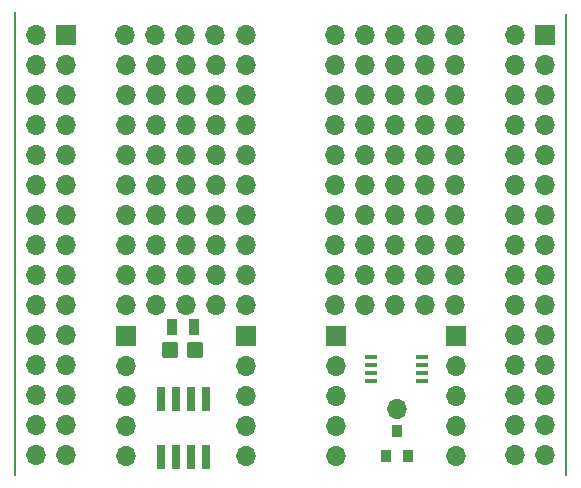
<source format=gbr>
%TF.GenerationSoftware,KiCad,Pcbnew,7.0.2*%
%TF.CreationDate,2024-01-29T22:05:23-05:00*%
%TF.ProjectId,dpx_perv_5x10-smt,6470785f-7065-4727-965f-357831302d73,rev?*%
%TF.SameCoordinates,Original*%
%TF.FileFunction,Soldermask,Top*%
%TF.FilePolarity,Negative*%
%FSLAX46Y46*%
G04 Gerber Fmt 4.6, Leading zero omitted, Abs format (unit mm)*
G04 Created by KiCad (PCBNEW 7.0.2) date 2024-01-29 22:05:23*
%MOMM*%
%LPD*%
G01*
G04 APERTURE LIST*
G04 Aperture macros list*
%AMRoundRect*
0 Rectangle with rounded corners*
0 $1 Rounding radius*
0 $2 $3 $4 $5 $6 $7 $8 $9 X,Y pos of 4 corners*
0 Add a 4 corners polygon primitive as box body*
4,1,4,$2,$3,$4,$5,$6,$7,$8,$9,$2,$3,0*
0 Add four circle primitives for the rounded corners*
1,1,$1+$1,$2,$3*
1,1,$1+$1,$4,$5*
1,1,$1+$1,$6,$7*
1,1,$1+$1,$8,$9*
0 Add four rect primitives between the rounded corners*
20,1,$1+$1,$2,$3,$4,$5,0*
20,1,$1+$1,$4,$5,$6,$7,0*
20,1,$1+$1,$6,$7,$8,$9,0*
20,1,$1+$1,$8,$9,$2,$3,0*%
G04 Aperture macros list end*
%ADD10C,0.150000*%
%ADD11RoundRect,0.050800X-0.400000X-0.450000X0.400000X-0.450000X0.400000X0.450000X-0.400000X0.450000X0*%
%ADD12R,1.700000X1.700000*%
%ADD13O,1.700000X1.700000*%
%ADD14RoundRect,0.050800X-0.299550X0.950500X-0.299550X-0.950500X0.299550X-0.950500X0.299550X0.950500X0*%
%ADD15R,1.100000X0.400000*%
%ADD16RoundRect,0.050800X-0.600000X0.600000X-0.600000X-0.600000X0.600000X-0.600000X0.600000X0.600000X0*%
%ADD17RoundRect,0.050800X-0.400000X-0.600000X0.400000X-0.600000X0.400000X0.600000X-0.400000X0.600000X0*%
G04 APERTURE END LIST*
D10*
X88560000Y-70875000D02*
X88560000Y-31780000D01*
X41880000Y-31660000D02*
X41880000Y-70875000D01*
D11*
%TO.C,REF\u002A\u002A*%
X73310000Y-69230000D03*
X75210000Y-69230000D03*
X74260000Y-67130000D03*
%TD*%
D12*
%TO.C,REF\u002A\u002A*%
X51280000Y-59030000D03*
D13*
X51280000Y-61570000D03*
X51280000Y-64110000D03*
X51280000Y-66650000D03*
X51280000Y-69190000D03*
%TD*%
D14*
%TO.C,1*%
X58115000Y-64414600D03*
X56845000Y-64414600D03*
X55575000Y-64414600D03*
X54305000Y-64414600D03*
X54305000Y-69325400D03*
X55575000Y-69325400D03*
X56845000Y-69325400D03*
X58115000Y-69325400D03*
%TD*%
D12*
%TO.C,J1*%
X46220000Y-33615000D03*
D13*
X43680000Y-33615000D03*
X46220000Y-36155000D03*
X43680000Y-36155000D03*
X46220000Y-38695000D03*
X43680000Y-38695000D03*
X46220000Y-41235000D03*
X43680000Y-41235000D03*
X46220000Y-43775000D03*
X43680000Y-43775000D03*
X46220000Y-46315000D03*
X43680000Y-46315000D03*
X46220000Y-48855000D03*
X43680000Y-48855000D03*
X46220000Y-51395000D03*
X43680000Y-51395000D03*
X46220000Y-53935000D03*
X43680000Y-53935000D03*
X46220000Y-56475000D03*
X43680000Y-56475000D03*
X46220000Y-59015000D03*
X43680000Y-59015000D03*
X46220000Y-61555000D03*
X43680000Y-61555000D03*
X46220000Y-64095000D03*
X43680000Y-64095000D03*
X46220000Y-66635000D03*
X43680000Y-66635000D03*
X46220000Y-69175000D03*
X43680000Y-69175000D03*
%TD*%
D12*
%TO.C,J2*%
X86770000Y-33615000D03*
D13*
X84230000Y-33615000D03*
X86770000Y-36155000D03*
X84230000Y-36155000D03*
X86770000Y-38695000D03*
X84230000Y-38695000D03*
X86770000Y-41235000D03*
X84230000Y-41235000D03*
X86770000Y-43775000D03*
X84230000Y-43775000D03*
X86770000Y-46315000D03*
X84230000Y-46315000D03*
X86770000Y-48855000D03*
X84230000Y-48855000D03*
X86770000Y-51395000D03*
X84230000Y-51395000D03*
X86770000Y-53935000D03*
X84230000Y-53935000D03*
X86770000Y-56475000D03*
X84230000Y-56475000D03*
X86770000Y-59015000D03*
X84230000Y-59015000D03*
X86770000Y-61555000D03*
X84230000Y-61555000D03*
X86770000Y-64095000D03*
X84230000Y-64095000D03*
X86770000Y-66635000D03*
X84230000Y-66635000D03*
X86770000Y-69175000D03*
X84230000Y-69175000D03*
%TD*%
D12*
%TO.C,REF\u002A\u002A*%
X79210000Y-59030000D03*
D13*
X79210000Y-61570000D03*
X79210000Y-64110000D03*
X79210000Y-66650000D03*
X79210000Y-69190000D03*
%TD*%
D15*
%TO.C,REF\u002A\u002A*%
X72050000Y-60885000D03*
X72050000Y-61535000D03*
X72050000Y-62185000D03*
X72050000Y-62835000D03*
X76350000Y-62835000D03*
X76350000Y-62185000D03*
X76350000Y-61535000D03*
X76350000Y-60885000D03*
%TD*%
D16*
%TO.C,REF\u002A\u002A*%
X55010000Y-60290000D03*
X57110000Y-60290000D03*
%TD*%
D12*
%TO.C,REF\u002A\u002A*%
X61440000Y-59030000D03*
D13*
X61440000Y-61570000D03*
X61440000Y-64110000D03*
X61440000Y-66650000D03*
X61440000Y-69190000D03*
%TD*%
%TO.C,*%
X74240000Y-65270000D03*
%TD*%
D17*
%TO.C,REF\u002A\u002A*%
X55230000Y-58270000D03*
X57030000Y-58270000D03*
%TD*%
D12*
%TO.C,REF\u002A\u002A*%
X69050000Y-59030000D03*
D13*
X69050000Y-61570000D03*
X69050000Y-64110000D03*
X69050000Y-66650000D03*
X69050000Y-69190000D03*
%TD*%
%TO.C,U2*%
X79195000Y-46310000D03*
X76655000Y-46310000D03*
X74115000Y-46310000D03*
X71575000Y-46310000D03*
X69035000Y-46310000D03*
X61435000Y-46310000D03*
X79195000Y-48850000D03*
X76655000Y-48850000D03*
X74115000Y-48850000D03*
X71575000Y-48850000D03*
X69035000Y-48850000D03*
X61435000Y-48850000D03*
X58895000Y-48850000D03*
X58885000Y-46310000D03*
X56355000Y-48850000D03*
X56345000Y-46310000D03*
X53815000Y-48850000D03*
X53805000Y-46310000D03*
X51275000Y-48850000D03*
X51265000Y-46310000D03*
X79195000Y-51390000D03*
X76655000Y-51390000D03*
X74115000Y-51390000D03*
X71575000Y-51390000D03*
X69035000Y-51390000D03*
X61435000Y-51390000D03*
X58895000Y-51390000D03*
X56355000Y-51390000D03*
X53815000Y-51390000D03*
X51275000Y-51390000D03*
X79195000Y-53930000D03*
X76655000Y-53930000D03*
X74115000Y-53930000D03*
X71575000Y-53930000D03*
X69035000Y-53930000D03*
X61435000Y-53930000D03*
X58895000Y-53930000D03*
X56355000Y-53930000D03*
X53815000Y-53930000D03*
X51275000Y-53930000D03*
X79195000Y-56470000D03*
X76655000Y-56470000D03*
X74115000Y-56470000D03*
X71575000Y-56470000D03*
X69035000Y-56470000D03*
X61435000Y-56470000D03*
X58895000Y-56470000D03*
X56355000Y-56470000D03*
X53815000Y-56470000D03*
X51275000Y-56470000D03*
%TD*%
%TO.C,U1*%
X79180000Y-33615000D03*
X76640000Y-33615000D03*
X74100000Y-33615000D03*
X71560000Y-33615000D03*
X69020000Y-33615000D03*
X61420000Y-33615000D03*
X79180000Y-36155000D03*
X76640000Y-36155000D03*
X74100000Y-36155000D03*
X71560000Y-36155000D03*
X69020000Y-36155000D03*
X61420000Y-36155000D03*
X58880000Y-36155000D03*
X58870000Y-33615000D03*
X56340000Y-36155000D03*
X56330000Y-33615000D03*
X53800000Y-36155000D03*
X53790000Y-33615000D03*
X51260000Y-36155000D03*
X51250000Y-33615000D03*
X79180000Y-38695000D03*
X76640000Y-38695000D03*
X74100000Y-38695000D03*
X71560000Y-38695000D03*
X69020000Y-38695000D03*
X61420000Y-38695000D03*
X58880000Y-38695000D03*
X56340000Y-38695000D03*
X53800000Y-38695000D03*
X51260000Y-38695000D03*
X79180000Y-41235000D03*
X76640000Y-41235000D03*
X74100000Y-41235000D03*
X71560000Y-41235000D03*
X69020000Y-41235000D03*
X61420000Y-41235000D03*
X58880000Y-41235000D03*
X56340000Y-41235000D03*
X53800000Y-41235000D03*
X51260000Y-41235000D03*
X79180000Y-43775000D03*
X76640000Y-43775000D03*
X74100000Y-43775000D03*
X71560000Y-43775000D03*
X69020000Y-43775000D03*
X61420000Y-43775000D03*
X58880000Y-43775000D03*
X56340000Y-43775000D03*
X53800000Y-43775000D03*
X51260000Y-43775000D03*
%TD*%
M02*

</source>
